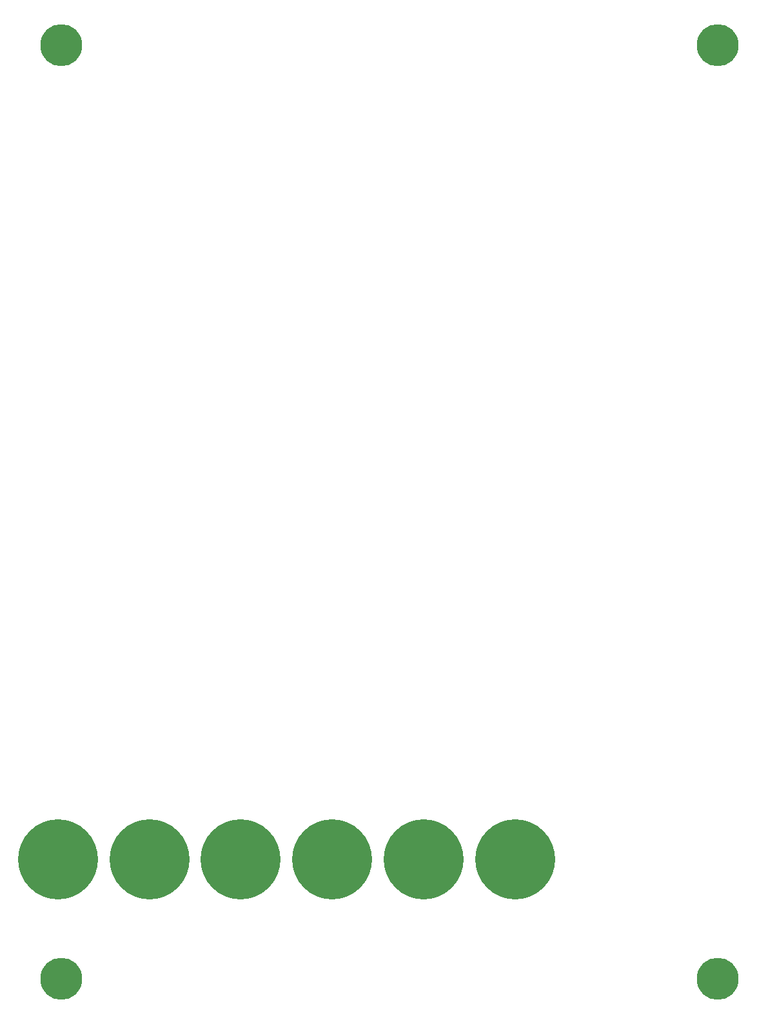
<source format=gbr>
G04 #@! TF.GenerationSoftware,KiCad,Pcbnew,(5.1.2)-1*
G04 #@! TF.CreationDate,2020-07-24T16:32:53-07:00*
G04 #@! TF.ProjectId,kicad-panel,6b696361-642d-4706-916e-656c2e6b6963,rev?*
G04 #@! TF.SameCoordinates,Original*
G04 #@! TF.FileFunction,Copper,L1,Top*
G04 #@! TF.FilePolarity,Positive*
%FSLAX46Y46*%
G04 Gerber Fmt 4.6, Leading zero omitted, Abs format (unit mm)*
G04 Created by KiCad (PCBNEW (5.1.2)-1) date 2020-07-24 16:32:53*
%MOMM*%
%LPD*%
G04 APERTURE LIST*
%ADD10C,5.500000*%
%ADD11C,10.500000*%
G04 APERTURE END LIST*
D10*
X19400000Y-15080000D03*
X105630000Y-15080000D03*
X19400000Y-137480000D03*
X105630000Y-137480000D03*
D11*
X78990000Y-121800000D03*
X66990000Y-121800000D03*
X54990000Y-121800000D03*
X42990000Y-121800000D03*
X30990000Y-121800000D03*
X18990000Y-121800000D03*
M02*

</source>
